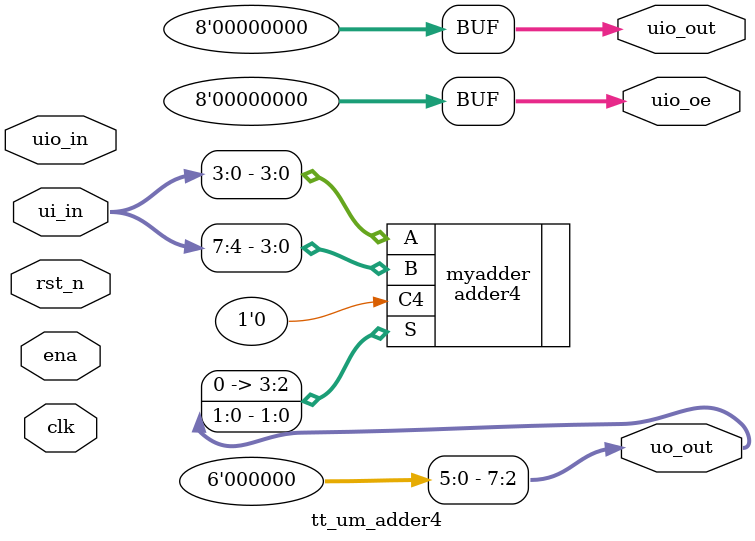
<source format=v>
/*
 * Copyright (c) 2024 Drago Markov
 * SPDX-License-Identifier: Apache-2.0
 */

`default_nettype none

module tt_um_adder4 (
    input  wire [7:0] ui_in,    // Dedicated inputs
    output wire [7:0] uo_out,   // Dedicated outputs
    input  wire [7:0] uio_in,   // IOs: Input path
    output wire [7:0] uio_out,  // IOs: Output path
    output wire [7:0] uio_oe,   // IOs: Enable path (active high: 0=input, 1=output)
    input  wire       ena,      // always 1 when the design is powered, so you can ignore it
    input  wire       clk,      // clock
    input  wire       rst_n     // reset_n - low to reset
);

  // All output pins must be assigned. If not used, assign to 0.
    assign uo_out[7:2]  = 0;  // Example: ou_out is the sum of ui_in and uio_in
  assign uio_out = 0;
  assign uio_oe  = 0;
    adder4 myadder(
      .A (ui_in[3:0]),
      .B (ui_in[7:4]),
      .S (uo_out[3:0]),
      .C4 (uo_out[4])
    );
endmodule

</source>
